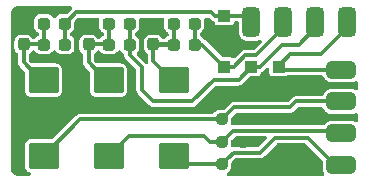
<source format=gtl>
G04 #@! TF.GenerationSoftware,KiCad,Pcbnew,(6.0.0-0)*
G04 #@! TF.CreationDate,2022-02-26T19:29:41+02:00*
G04 #@! TF.ProjectId,miniRGBii,6d696e69-5247-4426-9969-2e6b69636164,1.0*
G04 #@! TF.SameCoordinates,Original*
G04 #@! TF.FileFunction,Copper,L1,Top*
G04 #@! TF.FilePolarity,Positive*
%FSLAX46Y46*%
G04 Gerber Fmt 4.6, Leading zero omitted, Abs format (unit mm)*
G04 Created by KiCad (PCBNEW (6.0.0-0)) date 2022-02-26 19:29:41*
%MOMM*%
%LPD*%
G01*
G04 APERTURE LIST*
G04 Aperture macros list*
%AMRoundRect*
0 Rectangle with rounded corners*
0 $1 Rounding radius*
0 $2 $3 $4 $5 $6 $7 $8 $9 X,Y pos of 4 corners*
0 Add a 4 corners polygon primitive as box body*
4,1,4,$2,$3,$4,$5,$6,$7,$8,$9,$2,$3,0*
0 Add four circle primitives for the rounded corners*
1,1,$1+$1,$2,$3*
1,1,$1+$1,$4,$5*
1,1,$1+$1,$6,$7*
1,1,$1+$1,$8,$9*
0 Add four rect primitives between the rounded corners*
20,1,$1+$1,$2,$3,$4,$5,0*
20,1,$1+$1,$4,$5,$6,$7,0*
20,1,$1+$1,$6,$7,$8,$9,0*
20,1,$1+$1,$8,$9,$2,$3,0*%
G04 Aperture macros list end*
G04 #@! TA.AperFunction,SMDPad,CuDef*
%ADD10RoundRect,0.237500X0.287500X0.237500X-0.287500X0.237500X-0.287500X-0.237500X0.287500X-0.237500X0*%
G04 #@! TD*
G04 #@! TA.AperFunction,SMDPad,CuDef*
%ADD11RoundRect,0.237500X-0.287500X-0.237500X0.287500X-0.237500X0.287500X0.237500X-0.287500X0.237500X0*%
G04 #@! TD*
G04 #@! TA.AperFunction,SMDPad,CuDef*
%ADD12RoundRect,0.237500X-0.237500X0.287500X-0.237500X-0.287500X0.237500X-0.287500X0.237500X0.287500X0*%
G04 #@! TD*
G04 #@! TA.AperFunction,SMDPad,CuDef*
%ADD13R,1.000000X1.000000*%
G04 #@! TD*
G04 #@! TA.AperFunction,SMDPad,CuDef*
%ADD14RoundRect,0.250000X1.025000X-0.875000X1.025000X0.875000X-1.025000X0.875000X-1.025000X-0.875000X0*%
G04 #@! TD*
G04 #@! TA.AperFunction,SMDPad,CuDef*
%ADD15RoundRect,0.375000X-0.375000X-0.875000X0.375000X-0.875000X0.375000X0.875000X-0.375000X0.875000X0*%
G04 #@! TD*
G04 #@! TA.AperFunction,SMDPad,CuDef*
%ADD16RoundRect,0.375000X0.875000X-0.375000X0.875000X0.375000X-0.875000X0.375000X-0.875000X-0.375000X0*%
G04 #@! TD*
G04 #@! TA.AperFunction,SMDPad,CuDef*
%ADD17RoundRect,0.375000X0.375000X0.875000X-0.375000X0.875000X-0.375000X-0.875000X0.375000X-0.875000X0*%
G04 #@! TD*
G04 #@! TA.AperFunction,SMDPad,CuDef*
%ADD18RoundRect,0.237500X0.250000X0.237500X-0.250000X0.237500X-0.250000X-0.237500X0.250000X-0.237500X0*%
G04 #@! TD*
G04 #@! TA.AperFunction,SMDPad,CuDef*
%ADD19RoundRect,0.237500X-0.250000X-0.237500X0.250000X-0.237500X0.250000X0.237500X-0.250000X0.237500X0*%
G04 #@! TD*
G04 #@! TA.AperFunction,ViaPad*
%ADD20C,0.800000*%
G04 #@! TD*
G04 #@! TA.AperFunction,Conductor*
%ADD21C,0.300000*%
G04 #@! TD*
G04 #@! TA.AperFunction,Conductor*
%ADD22C,0.400000*%
G04 #@! TD*
G04 APERTURE END LIST*
D10*
X193375000Y-57600000D03*
X191625000Y-57600000D03*
X198875000Y-57600000D03*
X197125000Y-57600000D03*
X187875000Y-57600000D03*
X186125000Y-57600000D03*
D11*
X191625000Y-55800000D03*
X193375000Y-55800000D03*
D12*
X189900000Y-55825000D03*
X189900000Y-57575000D03*
D11*
X197125000Y-55800000D03*
X198875000Y-55800000D03*
D12*
X195400000Y-55825000D03*
X195400000Y-57575000D03*
D11*
X186125000Y-55800000D03*
X187875000Y-55800000D03*
D12*
X184400000Y-55825000D03*
X184400000Y-57575000D03*
D13*
X203700000Y-59450000D03*
X203700000Y-61950000D03*
X201400000Y-59450000D03*
X201400000Y-61950000D03*
X201400000Y-55150000D03*
X201400000Y-57650000D03*
D14*
X186100000Y-67000000D03*
X186100000Y-60600000D03*
X191600000Y-67000000D03*
X191600000Y-60600000D03*
X197100000Y-67000000D03*
X197100000Y-60600000D03*
D13*
X206000000Y-59450000D03*
X206000000Y-61950000D03*
D15*
X211800000Y-55700000D03*
D16*
X211300000Y-62400000D03*
X211300000Y-67800000D03*
X211300000Y-65100000D03*
X211300000Y-59700000D03*
D15*
X209100000Y-55700000D03*
X206400000Y-55700000D03*
X203700000Y-55700000D03*
D17*
X206400000Y-67400000D03*
D18*
X203012500Y-65800000D03*
X201187500Y-65800000D03*
D19*
X203012500Y-63900000D03*
X201187500Y-63900000D03*
D18*
X203012500Y-67700000D03*
X201187500Y-67700000D03*
D20*
X202600000Y-57700000D03*
X204200000Y-63900000D03*
X205100000Y-67900000D03*
X199800000Y-62800000D03*
X188900000Y-56700000D03*
X187000000Y-54800000D03*
X185000000Y-54800000D03*
X205000000Y-60500000D03*
X204190953Y-65790953D03*
X194400000Y-56700000D03*
X204200000Y-67900000D03*
D21*
X202200000Y-59450000D02*
X201400000Y-59450000D01*
X198875000Y-57600000D02*
X199550000Y-57600000D01*
X199550000Y-57600000D02*
X201400000Y-59450000D01*
X206400000Y-56200000D02*
X204100000Y-58500000D01*
X204100000Y-58500000D02*
X203150000Y-58500000D01*
X201400000Y-59425000D02*
X201400000Y-59450000D01*
X203150000Y-58500000D02*
X202200000Y-59450000D01*
X206400000Y-55700000D02*
X206400000Y-56200000D01*
X198875000Y-55800000D02*
X198875000Y-57600000D01*
X207500000Y-62400000D02*
X211300000Y-62400000D01*
X201225000Y-63900000D02*
X189200000Y-63900000D01*
X201225000Y-63900000D02*
X202224999Y-62900001D01*
X206999999Y-62900001D02*
X207500000Y-62400000D01*
X189200000Y-63900000D02*
X186100000Y-67000000D01*
X202224999Y-62900001D02*
X206999999Y-62900001D01*
X197800000Y-67700000D02*
X197100000Y-67000000D01*
X202199990Y-66725010D02*
X201724072Y-67200928D01*
X201724072Y-67200928D02*
X201225000Y-67700000D01*
X201225000Y-67700000D02*
X197800000Y-67700000D01*
X211300000Y-67800000D02*
X210800000Y-67800000D01*
X208500000Y-65500000D02*
X205684002Y-65500000D01*
X210800000Y-67800000D02*
X208500000Y-65500000D01*
X205684002Y-65500000D02*
X204458992Y-66725010D01*
X204458992Y-66725010D02*
X202199990Y-66725010D01*
X197200000Y-67000000D02*
X197100000Y-67000000D01*
X199700928Y-65300928D02*
X193299072Y-65300928D01*
X211300000Y-65100000D02*
X211074990Y-64874990D01*
X202150010Y-64874990D02*
X201724072Y-65300928D01*
X201724072Y-65300928D02*
X201225000Y-65800000D01*
X193299072Y-65300928D02*
X192780553Y-65819447D01*
X200200000Y-65800000D02*
X199700928Y-65300928D01*
X201225000Y-65800000D02*
X200200000Y-65800000D01*
X211074990Y-64874990D02*
X202150010Y-64874990D01*
X192780553Y-65819447D02*
X191600000Y-67000000D01*
X200299990Y-54849990D02*
X200600000Y-55150000D01*
X188825010Y-54849990D02*
X200299990Y-54849990D01*
X203150000Y-55150000D02*
X203700000Y-55700000D01*
X187875000Y-55800000D02*
X187875000Y-57600000D01*
X201400000Y-55150000D02*
X203150000Y-55150000D01*
X200600000Y-55150000D02*
X201400000Y-55150000D01*
X187875000Y-55800000D02*
X188825010Y-54849990D01*
X194400000Y-61400000D02*
X194400000Y-59500000D01*
X206300000Y-57600000D02*
X204450000Y-59450000D01*
X209100000Y-55700000D02*
X209100000Y-56200000D01*
X193375000Y-58475000D02*
X193375000Y-57600000D01*
X209100000Y-56200000D02*
X207700000Y-57600000D01*
X198700000Y-62400000D02*
X195400000Y-62400000D01*
X202600000Y-60600000D02*
X200500000Y-60600000D01*
X194400000Y-59500000D02*
X193375000Y-58475000D01*
X195400000Y-62400000D02*
X194400000Y-61400000D01*
X207700000Y-57600000D02*
X206300000Y-57600000D01*
X193375000Y-55800000D02*
X193375000Y-57600000D01*
X203700000Y-59500000D02*
X202600000Y-60600000D01*
X200500000Y-60600000D02*
X198700000Y-62400000D01*
X204450000Y-59450000D02*
X203700000Y-59450000D01*
X203700000Y-59450000D02*
X203700000Y-59500000D01*
X191600000Y-60600000D02*
X191400000Y-60600000D01*
X189900000Y-59100000D02*
X189900000Y-57575000D01*
X191600000Y-57575000D02*
X191625000Y-57600000D01*
X189900000Y-57575000D02*
X191600000Y-57575000D01*
X191625000Y-57600000D02*
X191625000Y-55800000D01*
X191400000Y-60600000D02*
X189900000Y-59100000D01*
D22*
X191600000Y-60600000D02*
X191500000Y-60600000D01*
D21*
X184400000Y-57575000D02*
X186100000Y-57575000D01*
X184400000Y-58200000D02*
X184400000Y-57575000D01*
X184400000Y-59100000D02*
X184400000Y-58200000D01*
X186125000Y-57600000D02*
X186125000Y-55800000D01*
D22*
X186100000Y-60600000D02*
X185900000Y-60600000D01*
D21*
X186100000Y-57575000D02*
X186125000Y-57600000D01*
X185900000Y-60600000D02*
X184400000Y-59100000D01*
D22*
X195400000Y-57575000D02*
X197100000Y-57575000D01*
D21*
X195400000Y-58200000D02*
X195400000Y-57575000D01*
X197125000Y-57600000D02*
X197125000Y-55800000D01*
X195400000Y-59000000D02*
X195400000Y-58200000D01*
D22*
X197100000Y-60600000D02*
X197000000Y-60600000D01*
D21*
X197000000Y-60600000D02*
X195400000Y-59000000D01*
D22*
X197100000Y-57575000D02*
X197125000Y-57600000D01*
D21*
X209599990Y-58400010D02*
X211800000Y-56200000D01*
X211300000Y-59700000D02*
X206250000Y-59700000D01*
X206999990Y-58400010D02*
X209599990Y-58400010D01*
X206000000Y-59450000D02*
X206000000Y-59400000D01*
X206000000Y-59400000D02*
X206999990Y-58400010D01*
X206250000Y-59700000D02*
X206000000Y-59450000D01*
X211800000Y-56200000D02*
X211800000Y-55700000D01*
G04 #@! TA.AperFunction,Conductor*
G36*
X208326179Y-65970462D02*
G01*
X208357038Y-65994141D01*
X209705859Y-67342962D01*
X209744423Y-67409757D01*
X209749500Y-67448321D01*
X209749500Y-68228992D01*
X209755933Y-68299004D01*
X209758296Y-68306543D01*
X209758296Y-68306545D01*
X209762983Y-68321500D01*
X209804826Y-68455019D01*
X209809480Y-68462703D01*
X209809480Y-68462704D01*
X209816209Y-68473815D01*
X209837726Y-68547881D01*
X209819328Y-68622783D01*
X209765944Y-68678450D01*
X209688759Y-68700000D01*
X201754284Y-68700000D01*
X201679784Y-68680038D01*
X201625246Y-68625500D01*
X201605284Y-68551000D01*
X201625246Y-68476500D01*
X201679784Y-68421962D01*
X201689404Y-68417312D01*
X201694643Y-68414360D01*
X201704089Y-68410620D01*
X201821500Y-68321500D01*
X201832852Y-68306545D01*
X201904477Y-68212182D01*
X201910620Y-68204089D01*
X201964882Y-68067038D01*
X201975500Y-67979297D01*
X201975499Y-67648321D01*
X201995461Y-67573822D01*
X202019140Y-67542963D01*
X202342952Y-67219151D01*
X202409747Y-67180587D01*
X202448311Y-67175510D01*
X204423420Y-67175510D01*
X204440933Y-67176543D01*
X204473302Y-67180374D01*
X204484258Y-67178373D01*
X204484261Y-67178373D01*
X204530660Y-67169899D01*
X204535276Y-67169131D01*
X204581935Y-67162116D01*
X204581937Y-67162115D01*
X204592954Y-67160459D01*
X204599467Y-67157331D01*
X204606565Y-67156035D01*
X204658305Y-67129158D01*
X204662457Y-67127084D01*
X204715071Y-67101819D01*
X204720375Y-67096916D01*
X204726780Y-67093589D01*
X204731820Y-67089285D01*
X204768752Y-67052353D01*
X204772970Y-67048298D01*
X204806369Y-67017425D01*
X204806370Y-67017423D01*
X204814548Y-67009864D01*
X204818386Y-67003256D01*
X204822997Y-66998108D01*
X205826964Y-65994141D01*
X205893759Y-65955577D01*
X205932323Y-65950500D01*
X208251679Y-65950500D01*
X208326179Y-65970462D01*
G37*
G04 #@! TD.AperFunction*
G04 #@! TA.AperFunction,Conductor*
G36*
X188450085Y-54319962D02*
G01*
X188504623Y-54374500D01*
X188524585Y-54449000D01*
X188504623Y-54523500D01*
X188484441Y-54548758D01*
X188484597Y-54548883D01*
X188477633Y-54557575D01*
X188469454Y-54565136D01*
X188465616Y-54571744D01*
X188461005Y-54576892D01*
X188057038Y-54980859D01*
X187990243Y-55019423D01*
X187951679Y-55024500D01*
X187577402Y-55024501D01*
X187545704Y-55024501D01*
X187541250Y-55025040D01*
X187541249Y-55025040D01*
X187475090Y-55033046D01*
X187457962Y-55035118D01*
X187320911Y-55089380D01*
X187203500Y-55178500D01*
X187197357Y-55186593D01*
X187118683Y-55290242D01*
X187057740Y-55337515D01*
X186981325Y-55347982D01*
X186909915Y-55318840D01*
X186881317Y-55290242D01*
X186802643Y-55186593D01*
X186796500Y-55178500D01*
X186679089Y-55089380D01*
X186614984Y-55063999D01*
X186550932Y-55038639D01*
X186550929Y-55038638D01*
X186542038Y-55035118D01*
X186454297Y-55024500D01*
X186125074Y-55024500D01*
X185795704Y-55024501D01*
X185791250Y-55025040D01*
X185791249Y-55025040D01*
X185725090Y-55033046D01*
X185707962Y-55035118D01*
X185570911Y-55089380D01*
X185453500Y-55178500D01*
X185364380Y-55295911D01*
X185310118Y-55432962D01*
X185299500Y-55520703D01*
X185299501Y-56079296D01*
X185310118Y-56167038D01*
X185364380Y-56304089D01*
X185453500Y-56421500D01*
X185570911Y-56510620D01*
X185580356Y-56514360D01*
X185589207Y-56519347D01*
X185588576Y-56520466D01*
X185642274Y-56560349D01*
X185672902Y-56631135D01*
X185674500Y-56652895D01*
X185674500Y-56747105D01*
X185654538Y-56821605D01*
X185600000Y-56876143D01*
X185580374Y-56885630D01*
X185580354Y-56885641D01*
X185570911Y-56889380D01*
X185453500Y-56978500D01*
X185399229Y-57050000D01*
X185387399Y-57065585D01*
X185326456Y-57112858D01*
X185268716Y-57124500D01*
X185252895Y-57124500D01*
X185178395Y-57104538D01*
X185123857Y-57050000D01*
X185114370Y-57030374D01*
X185114359Y-57030354D01*
X185110620Y-57020911D01*
X185021500Y-56903500D01*
X184904089Y-56814380D01*
X184789131Y-56768865D01*
X184775932Y-56763639D01*
X184775929Y-56763638D01*
X184767038Y-56760118D01*
X184679297Y-56749500D01*
X184400063Y-56749500D01*
X184120704Y-56749501D01*
X184116250Y-56750040D01*
X184116249Y-56750040D01*
X184050090Y-56758046D01*
X184032962Y-56760118D01*
X183895911Y-56814380D01*
X183778500Y-56903500D01*
X183689380Y-57020911D01*
X183669431Y-57071297D01*
X183641117Y-57142811D01*
X183635118Y-57157962D01*
X183624500Y-57245703D01*
X183624501Y-57904296D01*
X183635118Y-57992038D01*
X183689380Y-58129089D01*
X183778500Y-58246500D01*
X183874473Y-58319347D01*
X183890585Y-58331577D01*
X183937858Y-58392520D01*
X183949500Y-58450260D01*
X183949500Y-59064428D01*
X183948467Y-59081941D01*
X183944636Y-59114310D01*
X183946637Y-59125266D01*
X183946637Y-59125269D01*
X183955111Y-59171668D01*
X183955879Y-59176284D01*
X183959595Y-59200996D01*
X183964551Y-59233962D01*
X183967679Y-59240475D01*
X183968975Y-59247573D01*
X183989250Y-59286603D01*
X183995843Y-59299296D01*
X183997926Y-59303465D01*
X184023191Y-59356079D01*
X184028094Y-59361383D01*
X184031421Y-59367788D01*
X184035725Y-59372828D01*
X184072657Y-59409760D01*
X184076711Y-59413977D01*
X184115146Y-59455556D01*
X184121754Y-59459394D01*
X184126902Y-59464005D01*
X184480859Y-59817962D01*
X184519423Y-59884757D01*
X184524500Y-59923321D01*
X184524500Y-61517772D01*
X184535364Y-61607547D01*
X184590887Y-61747783D01*
X184682078Y-61867922D01*
X184802217Y-61959113D01*
X184942453Y-62014636D01*
X185032228Y-62025500D01*
X187167772Y-62025500D01*
X187257547Y-62014636D01*
X187397783Y-61959113D01*
X187517922Y-61867922D01*
X187609113Y-61747783D01*
X187664636Y-61607547D01*
X187675500Y-61517772D01*
X187675500Y-59682228D01*
X187664636Y-59592453D01*
X187609113Y-59452217D01*
X187535743Y-59355556D01*
X187524062Y-59340167D01*
X187517922Y-59332078D01*
X187489774Y-59310712D01*
X187477466Y-59301370D01*
X187397783Y-59240887D01*
X187257547Y-59185364D01*
X187167772Y-59174500D01*
X185173321Y-59174500D01*
X185098821Y-59154538D01*
X185067962Y-59130859D01*
X184894141Y-58957038D01*
X184855577Y-58890243D01*
X184850500Y-58851679D01*
X184850500Y-58450260D01*
X184870462Y-58375760D01*
X184909415Y-58331577D01*
X184925528Y-58319347D01*
X185021500Y-58246500D01*
X185110620Y-58129089D01*
X185114358Y-58119648D01*
X185114735Y-58118979D01*
X185168700Y-58063875D01*
X185242987Y-58043135D01*
X185317692Y-58062318D01*
X185361580Y-58106214D01*
X185364380Y-58104089D01*
X185453500Y-58221500D01*
X185570911Y-58310620D01*
X185601124Y-58322582D01*
X185699068Y-58361361D01*
X185699071Y-58361362D01*
X185707962Y-58364882D01*
X185795703Y-58375500D01*
X186124926Y-58375500D01*
X186454296Y-58375499D01*
X186458750Y-58374960D01*
X186458751Y-58374960D01*
X186532534Y-58366032D01*
X186542038Y-58364882D01*
X186679089Y-58310620D01*
X186796500Y-58221500D01*
X186881317Y-58109758D01*
X186942260Y-58062485D01*
X187018675Y-58052018D01*
X187090085Y-58081160D01*
X187118683Y-58109758D01*
X187203500Y-58221500D01*
X187320911Y-58310620D01*
X187351124Y-58322582D01*
X187449068Y-58361361D01*
X187449071Y-58361362D01*
X187457962Y-58364882D01*
X187545703Y-58375500D01*
X187874926Y-58375500D01*
X188204296Y-58375499D01*
X188208750Y-58374960D01*
X188208751Y-58374960D01*
X188282534Y-58366032D01*
X188292038Y-58364882D01*
X188429089Y-58310620D01*
X188546500Y-58221500D01*
X188635620Y-58104089D01*
X188689882Y-57967038D01*
X188700500Y-57879297D01*
X188700499Y-57320704D01*
X188699827Y-57315146D01*
X188691032Y-57242466D01*
X188689882Y-57232962D01*
X188635620Y-57095911D01*
X188546500Y-56978500D01*
X188429089Y-56889380D01*
X188419644Y-56885640D01*
X188410793Y-56880653D01*
X188411424Y-56879534D01*
X188357726Y-56839651D01*
X188327098Y-56768865D01*
X188325500Y-56747105D01*
X188325500Y-56652895D01*
X188345462Y-56578395D01*
X188400000Y-56523857D01*
X188419626Y-56514370D01*
X188419646Y-56514359D01*
X188429089Y-56510620D01*
X188546500Y-56421500D01*
X188635620Y-56304089D01*
X188661001Y-56239984D01*
X188686361Y-56175932D01*
X188686362Y-56175929D01*
X188689882Y-56167038D01*
X188700500Y-56079297D01*
X188700499Y-55673322D01*
X188720461Y-55598822D01*
X188744140Y-55567963D01*
X188967972Y-55344131D01*
X189034767Y-55305567D01*
X189073331Y-55300490D01*
X190658031Y-55300490D01*
X190732531Y-55320452D01*
X190787069Y-55374990D01*
X190807031Y-55449490D01*
X190805953Y-55467383D01*
X190799500Y-55520703D01*
X190799501Y-56079296D01*
X190810118Y-56167038D01*
X190864380Y-56304089D01*
X190953500Y-56421500D01*
X191070911Y-56510620D01*
X191080356Y-56514360D01*
X191089207Y-56519347D01*
X191088576Y-56520466D01*
X191142274Y-56560349D01*
X191172902Y-56631135D01*
X191174500Y-56652895D01*
X191174500Y-56747105D01*
X191154538Y-56821605D01*
X191100000Y-56876143D01*
X191080374Y-56885630D01*
X191080354Y-56885641D01*
X191070911Y-56889380D01*
X190953500Y-56978500D01*
X190899229Y-57050000D01*
X190887399Y-57065585D01*
X190826456Y-57112858D01*
X190768716Y-57124500D01*
X190752895Y-57124500D01*
X190678395Y-57104538D01*
X190623857Y-57050000D01*
X190614370Y-57030374D01*
X190614359Y-57030354D01*
X190610620Y-57020911D01*
X190521500Y-56903500D01*
X190404089Y-56814380D01*
X190289131Y-56768865D01*
X190275932Y-56763639D01*
X190275929Y-56763638D01*
X190267038Y-56760118D01*
X190179297Y-56749500D01*
X189900063Y-56749500D01*
X189620704Y-56749501D01*
X189616250Y-56750040D01*
X189616249Y-56750040D01*
X189550090Y-56758046D01*
X189532962Y-56760118D01*
X189395911Y-56814380D01*
X189278500Y-56903500D01*
X189189380Y-57020911D01*
X189169431Y-57071297D01*
X189141117Y-57142811D01*
X189135118Y-57157962D01*
X189124500Y-57245703D01*
X189124501Y-57904296D01*
X189135118Y-57992038D01*
X189189380Y-58129089D01*
X189278500Y-58246500D01*
X189374473Y-58319347D01*
X189390585Y-58331577D01*
X189437858Y-58392520D01*
X189449500Y-58450260D01*
X189449500Y-59064428D01*
X189448467Y-59081941D01*
X189444636Y-59114310D01*
X189446637Y-59125266D01*
X189446637Y-59125269D01*
X189455111Y-59171668D01*
X189455879Y-59176284D01*
X189459595Y-59200996D01*
X189464551Y-59233962D01*
X189467679Y-59240475D01*
X189468975Y-59247573D01*
X189489250Y-59286603D01*
X189495843Y-59299296D01*
X189497926Y-59303465D01*
X189523191Y-59356079D01*
X189528094Y-59361383D01*
X189531421Y-59367788D01*
X189535725Y-59372828D01*
X189572657Y-59409760D01*
X189576711Y-59413977D01*
X189615146Y-59455556D01*
X189621754Y-59459394D01*
X189626902Y-59464005D01*
X189980859Y-59817962D01*
X190019423Y-59884757D01*
X190024500Y-59923321D01*
X190024500Y-61517772D01*
X190035364Y-61607547D01*
X190090887Y-61747783D01*
X190182078Y-61867922D01*
X190302217Y-61959113D01*
X190442453Y-62014636D01*
X190532228Y-62025500D01*
X192667772Y-62025500D01*
X192757547Y-62014636D01*
X192897783Y-61959113D01*
X193017922Y-61867922D01*
X193109113Y-61747783D01*
X193164636Y-61607547D01*
X193175500Y-61517772D01*
X193175500Y-59682228D01*
X193164636Y-59592453D01*
X193109113Y-59452217D01*
X193035743Y-59355556D01*
X193024062Y-59340167D01*
X193017922Y-59332078D01*
X192989774Y-59310712D01*
X192977466Y-59301370D01*
X192897783Y-59240887D01*
X192757547Y-59185364D01*
X192667772Y-59174500D01*
X190673321Y-59174500D01*
X190598821Y-59154538D01*
X190567962Y-59130859D01*
X190394141Y-58957038D01*
X190355577Y-58890243D01*
X190350500Y-58851679D01*
X190350500Y-58450260D01*
X190370462Y-58375760D01*
X190409415Y-58331577D01*
X190425528Y-58319347D01*
X190521500Y-58246500D01*
X190610620Y-58129089D01*
X190614358Y-58119648D01*
X190614735Y-58118979D01*
X190668700Y-58063875D01*
X190742987Y-58043135D01*
X190817692Y-58062318D01*
X190861580Y-58106214D01*
X190864380Y-58104089D01*
X190953500Y-58221500D01*
X191070911Y-58310620D01*
X191101124Y-58322582D01*
X191199068Y-58361361D01*
X191199071Y-58361362D01*
X191207962Y-58364882D01*
X191295703Y-58375500D01*
X191624926Y-58375500D01*
X191954296Y-58375499D01*
X191958750Y-58374960D01*
X191958751Y-58374960D01*
X192032534Y-58366032D01*
X192042038Y-58364882D01*
X192179089Y-58310620D01*
X192296500Y-58221500D01*
X192381317Y-58109758D01*
X192442260Y-58062485D01*
X192518675Y-58052018D01*
X192590085Y-58081160D01*
X192618683Y-58109758D01*
X192703500Y-58221500D01*
X192820911Y-58310620D01*
X192830356Y-58314360D01*
X192839207Y-58319347D01*
X192838366Y-58320839D01*
X192890749Y-58359742D01*
X192921380Y-58430526D01*
X192921945Y-58469802D01*
X192919636Y-58489310D01*
X192921637Y-58500266D01*
X192921637Y-58500269D01*
X192930111Y-58546668D01*
X192930879Y-58551284D01*
X192936514Y-58588759D01*
X192939551Y-58608962D01*
X192942679Y-58615475D01*
X192943975Y-58622573D01*
X192965110Y-58663259D01*
X192970843Y-58674296D01*
X192972926Y-58678465D01*
X192998191Y-58731079D01*
X193003094Y-58736383D01*
X193006421Y-58742788D01*
X193010725Y-58747828D01*
X193047657Y-58784760D01*
X193051711Y-58788977D01*
X193090146Y-58830556D01*
X193096754Y-58834394D01*
X193101902Y-58839005D01*
X193905859Y-59642962D01*
X193944423Y-59709757D01*
X193949500Y-59748321D01*
X193949500Y-61364428D01*
X193948467Y-61381941D01*
X193944636Y-61414310D01*
X193946637Y-61425266D01*
X193946637Y-61425269D01*
X193955111Y-61471668D01*
X193955879Y-61476284D01*
X193961444Y-61513295D01*
X193964551Y-61533962D01*
X193967679Y-61540475D01*
X193968975Y-61547573D01*
X193995193Y-61598044D01*
X193995843Y-61599296D01*
X193997926Y-61603465D01*
X194023191Y-61656079D01*
X194028094Y-61661383D01*
X194031421Y-61667788D01*
X194035725Y-61672828D01*
X194072657Y-61709760D01*
X194076712Y-61713978D01*
X194105371Y-61744981D01*
X194115146Y-61755556D01*
X194121754Y-61759394D01*
X194126902Y-61764005D01*
X195056291Y-62693394D01*
X195067944Y-62706507D01*
X195088128Y-62732110D01*
X195097291Y-62738443D01*
X195136082Y-62765253D01*
X195139890Y-62767974D01*
X195158379Y-62781630D01*
X195186817Y-62802635D01*
X195193634Y-62805029D01*
X195199569Y-62809131D01*
X195210187Y-62812489D01*
X195210189Y-62812490D01*
X195255139Y-62826706D01*
X195259536Y-62828172D01*
X195314631Y-62847520D01*
X195321848Y-62847804D01*
X195328730Y-62849980D01*
X195335337Y-62850500D01*
X195387546Y-62850500D01*
X195393396Y-62850615D01*
X195438866Y-62852402D01*
X195438868Y-62852402D01*
X195449994Y-62852839D01*
X195457381Y-62850880D01*
X195464289Y-62850500D01*
X198664428Y-62850500D01*
X198681941Y-62851533D01*
X198714310Y-62855364D01*
X198725266Y-62853363D01*
X198725269Y-62853363D01*
X198771668Y-62844889D01*
X198776284Y-62844121D01*
X198822943Y-62837106D01*
X198822945Y-62837105D01*
X198833962Y-62835449D01*
X198840475Y-62832321D01*
X198847573Y-62831025D01*
X198899313Y-62804148D01*
X198903465Y-62802074D01*
X198956079Y-62776809D01*
X198961383Y-62771906D01*
X198967788Y-62768579D01*
X198972828Y-62764275D01*
X199009760Y-62727343D01*
X199013978Y-62723288D01*
X199047377Y-62692415D01*
X199047378Y-62692413D01*
X199055556Y-62684854D01*
X199059394Y-62678246D01*
X199064005Y-62673098D01*
X200642962Y-61094141D01*
X200709757Y-61055577D01*
X200748321Y-61050500D01*
X202564428Y-61050500D01*
X202581941Y-61051533D01*
X202614310Y-61055364D01*
X202625266Y-61053363D01*
X202625269Y-61053363D01*
X202671668Y-61044889D01*
X202676284Y-61044121D01*
X202722943Y-61037106D01*
X202722945Y-61037105D01*
X202733962Y-61035449D01*
X202740475Y-61032321D01*
X202747573Y-61031025D01*
X202799313Y-61004148D01*
X202803465Y-61002074D01*
X202856079Y-60976809D01*
X202861383Y-60971906D01*
X202867788Y-60968579D01*
X202872828Y-60964275D01*
X202909760Y-60927343D01*
X202913978Y-60923288D01*
X202947377Y-60892415D01*
X202947378Y-60892413D01*
X202955556Y-60884854D01*
X202959394Y-60878246D01*
X202964005Y-60873098D01*
X203542962Y-60294141D01*
X203609757Y-60255577D01*
X203648321Y-60250500D01*
X204244646Y-60250500D01*
X204270846Y-60247382D01*
X204373153Y-60201939D01*
X204452241Y-60122713D01*
X204497506Y-60020327D01*
X204499550Y-60002794D01*
X204528003Y-59931106D01*
X204584449Y-59886447D01*
X204583968Y-59885446D01*
X204587025Y-59883978D01*
X204588153Y-59883516D01*
X204588409Y-59883313D01*
X204588711Y-59883168D01*
X204591535Y-59882127D01*
X204597573Y-59881025D01*
X204649313Y-59854148D01*
X204653465Y-59852074D01*
X204706079Y-59826809D01*
X204711383Y-59821906D01*
X204717788Y-59818579D01*
X204722828Y-59814275D01*
X204759760Y-59777343D01*
X204763978Y-59773288D01*
X204797377Y-59742415D01*
X204797378Y-59742413D01*
X204805556Y-59734854D01*
X204809394Y-59728246D01*
X204814005Y-59723098D01*
X204945141Y-59591962D01*
X205011936Y-59553398D01*
X205089064Y-59553398D01*
X205155859Y-59591962D01*
X205194423Y-59658757D01*
X205199500Y-59697321D01*
X205199500Y-59994646D01*
X205202618Y-60020846D01*
X205248061Y-60123153D01*
X205327287Y-60202241D01*
X205339867Y-60207803D01*
X205339869Y-60207804D01*
X205419426Y-60242976D01*
X205429673Y-60247506D01*
X205444318Y-60249213D01*
X205451070Y-60250001D01*
X205451078Y-60250001D01*
X205455354Y-60250500D01*
X206544646Y-60250500D01*
X206570846Y-60247382D01*
X206673153Y-60201939D01*
X206682871Y-60192204D01*
X206694210Y-60184411D01*
X206695238Y-60185906D01*
X206747611Y-60155610D01*
X206786297Y-60150500D01*
X209631281Y-60150500D01*
X209705781Y-60170462D01*
X209760319Y-60225000D01*
X209773462Y-60254942D01*
X209802136Y-60346440D01*
X209802141Y-60346451D01*
X209804826Y-60355019D01*
X209889521Y-60494869D01*
X210005131Y-60610479D01*
X210144981Y-60695174D01*
X210235394Y-60723508D01*
X210293455Y-60741704D01*
X210293457Y-60741704D01*
X210300996Y-60744067D01*
X210356826Y-60749197D01*
X210367601Y-60750187D01*
X210367602Y-60750187D01*
X210371008Y-60750500D01*
X212228992Y-60750500D01*
X212232398Y-60750187D01*
X212232399Y-60750187D01*
X212243174Y-60749197D01*
X212299004Y-60744067D01*
X212306543Y-60741704D01*
X212306545Y-60741704D01*
X212364606Y-60723508D01*
X212455019Y-60695174D01*
X212473815Y-60683791D01*
X212547881Y-60662274D01*
X212622783Y-60680672D01*
X212678450Y-60734056D01*
X212700000Y-60811241D01*
X212700000Y-61288759D01*
X212680038Y-61363259D01*
X212625500Y-61417797D01*
X212551000Y-61437759D01*
X212473815Y-61416209D01*
X212462704Y-61409480D01*
X212462703Y-61409480D01*
X212455019Y-61404826D01*
X212354144Y-61373213D01*
X212306545Y-61358296D01*
X212306543Y-61358296D01*
X212299004Y-61355933D01*
X212243174Y-61350803D01*
X212232399Y-61349813D01*
X212232398Y-61349813D01*
X212228992Y-61349500D01*
X210371008Y-61349500D01*
X210367602Y-61349813D01*
X210367601Y-61349813D01*
X210356826Y-61350803D01*
X210300996Y-61355933D01*
X210293457Y-61358296D01*
X210293455Y-61358296D01*
X210245856Y-61373213D01*
X210144981Y-61404826D01*
X210005131Y-61489521D01*
X209889521Y-61605131D01*
X209804826Y-61744981D01*
X209802141Y-61753549D01*
X209802136Y-61753560D01*
X209773462Y-61845058D01*
X209732135Y-61910179D01*
X209663783Y-61945912D01*
X209631281Y-61949500D01*
X207535571Y-61949500D01*
X207518058Y-61948467D01*
X207496749Y-61945945D01*
X207485689Y-61944636D01*
X207474733Y-61946637D01*
X207428347Y-61955109D01*
X207423726Y-61955878D01*
X207366038Y-61964551D01*
X207359525Y-61967679D01*
X207352427Y-61968975D01*
X207300681Y-61995854D01*
X207296529Y-61997929D01*
X207243921Y-62023191D01*
X207238618Y-62028093D01*
X207232211Y-62031421D01*
X207227172Y-62035725D01*
X207190240Y-62072657D01*
X207186022Y-62076712D01*
X207152623Y-62107585D01*
X207152622Y-62107587D01*
X207144444Y-62115146D01*
X207140606Y-62121754D01*
X207135995Y-62126902D01*
X206857037Y-62405860D01*
X206790242Y-62444424D01*
X206751678Y-62449501D01*
X202260570Y-62449501D01*
X202243057Y-62448468D01*
X202221748Y-62445946D01*
X202210688Y-62444637D01*
X202199732Y-62446638D01*
X202153346Y-62455110D01*
X202148725Y-62455879D01*
X202091037Y-62464552D01*
X202084524Y-62467680D01*
X202077426Y-62468976D01*
X202025680Y-62495855D01*
X202021528Y-62497930D01*
X201968920Y-62523192D01*
X201963617Y-62528094D01*
X201957210Y-62531422D01*
X201952171Y-62535726D01*
X201915239Y-62572658D01*
X201911021Y-62576713D01*
X201877622Y-62607586D01*
X201877621Y-62607588D01*
X201869443Y-62615147D01*
X201865605Y-62621755D01*
X201860994Y-62626903D01*
X201407038Y-63080859D01*
X201340243Y-63119423D01*
X201301679Y-63124500D01*
X200927402Y-63124501D01*
X200895704Y-63124501D01*
X200891250Y-63125040D01*
X200891249Y-63125040D01*
X200825090Y-63133046D01*
X200807962Y-63135118D01*
X200670911Y-63189380D01*
X200662818Y-63195523D01*
X200574967Y-63262206D01*
X200553500Y-63278500D01*
X200494995Y-63355578D01*
X200468423Y-63390585D01*
X200407480Y-63437858D01*
X200349740Y-63449500D01*
X189235572Y-63449500D01*
X189218059Y-63448467D01*
X189217856Y-63448443D01*
X189185690Y-63444636D01*
X189174734Y-63446637D01*
X189174731Y-63446637D01*
X189128332Y-63455111D01*
X189123716Y-63455879D01*
X189077057Y-63462894D01*
X189077055Y-63462895D01*
X189066038Y-63464551D01*
X189059525Y-63467679D01*
X189052427Y-63468975D01*
X189000687Y-63495852D01*
X188996535Y-63497926D01*
X188943921Y-63523191D01*
X188938617Y-63528094D01*
X188932212Y-63531421D01*
X188927172Y-63535725D01*
X188890240Y-63572657D01*
X188886022Y-63576712D01*
X188852623Y-63607585D01*
X188852622Y-63607587D01*
X188844444Y-63615146D01*
X188840606Y-63621754D01*
X188835995Y-63626902D01*
X186932038Y-65530859D01*
X186865243Y-65569423D01*
X186826679Y-65574500D01*
X185032228Y-65574500D01*
X184942453Y-65585364D01*
X184802217Y-65640887D01*
X184682078Y-65732078D01*
X184590887Y-65852217D01*
X184535364Y-65992453D01*
X184524500Y-66082228D01*
X184524500Y-67917772D01*
X184535364Y-68007547D01*
X184590887Y-68147783D01*
X184682078Y-68267922D01*
X184802217Y-68359113D01*
X184932310Y-68410620D01*
X184936965Y-68412463D01*
X184998885Y-68458449D01*
X185029517Y-68529233D01*
X185020652Y-68605850D01*
X184974666Y-68667770D01*
X184903882Y-68698402D01*
X184882115Y-68700000D01*
X184039280Y-68700000D01*
X184013407Y-68697736D01*
X184000000Y-68695372D01*
X183987163Y-68697635D01*
X183983312Y-68697635D01*
X183968712Y-68696918D01*
X183878038Y-68687988D01*
X183849390Y-68682289D01*
X183797779Y-68666633D01*
X183746165Y-68650976D01*
X183719180Y-68639799D01*
X183624042Y-68588946D01*
X183599760Y-68572721D01*
X183516368Y-68504284D01*
X183495715Y-68483631D01*
X183489042Y-68475500D01*
X183427279Y-68400240D01*
X183411054Y-68375958D01*
X183377619Y-68313407D01*
X183360200Y-68280819D01*
X183349023Y-68253833D01*
X183333934Y-68204089D01*
X183317711Y-68150610D01*
X183312012Y-68121962D01*
X183303082Y-68031288D01*
X183302365Y-68016688D01*
X183302365Y-68012837D01*
X183304628Y-68000000D01*
X183302264Y-67986593D01*
X183300000Y-67960720D01*
X183300000Y-55039280D01*
X183302264Y-55013407D01*
X183302364Y-55012838D01*
X183304628Y-55000000D01*
X183302365Y-54987163D01*
X183302365Y-54983312D01*
X183303082Y-54968712D01*
X183312012Y-54878038D01*
X183317711Y-54849390D01*
X183349023Y-54746167D01*
X183360201Y-54719180D01*
X183365714Y-54708867D01*
X183411054Y-54624042D01*
X183427279Y-54599760D01*
X183495716Y-54516368D01*
X183516369Y-54495715D01*
X183528554Y-54485715D01*
X183599760Y-54427279D01*
X183624042Y-54411054D01*
X183719180Y-54360201D01*
X183746165Y-54349024D01*
X183841969Y-54319962D01*
X183849390Y-54317711D01*
X183878038Y-54312012D01*
X183968712Y-54303082D01*
X183983312Y-54302365D01*
X183987163Y-54302365D01*
X184000000Y-54304628D01*
X184013407Y-54302264D01*
X184039280Y-54300000D01*
X188375585Y-54300000D01*
X188450085Y-54319962D01*
G37*
G04 #@! TD.AperFunction*
G04 #@! TA.AperFunction,Conductor*
G36*
X204936191Y-65345452D02*
G01*
X204990729Y-65399990D01*
X205010691Y-65474490D01*
X204990729Y-65548990D01*
X204967050Y-65579849D01*
X204316030Y-66230869D01*
X204249235Y-66269433D01*
X204210671Y-66274510D01*
X202235562Y-66274510D01*
X202218049Y-66273477D01*
X202217846Y-66273453D01*
X202185680Y-66269646D01*
X202146184Y-66276859D01*
X202069312Y-66270606D01*
X202005863Y-66226754D01*
X201972841Y-66157052D01*
X201971496Y-66112381D01*
X201972207Y-66106507D01*
X201975500Y-66079297D01*
X201975499Y-65748321D01*
X201995461Y-65673822D01*
X202019140Y-65642963D01*
X202292972Y-65369131D01*
X202359767Y-65330567D01*
X202398331Y-65325490D01*
X204861691Y-65325490D01*
X204936191Y-65345452D01*
G37*
G04 #@! TD.AperFunction*
G04 #@! TA.AperFunction,Conductor*
G36*
X209705781Y-62870462D02*
G01*
X209760319Y-62925000D01*
X209773462Y-62954942D01*
X209802136Y-63046440D01*
X209802141Y-63046451D01*
X209804826Y-63055019D01*
X209889521Y-63194869D01*
X210005131Y-63310479D01*
X210144981Y-63395174D01*
X210235394Y-63423508D01*
X210293455Y-63441704D01*
X210293457Y-63441704D01*
X210300996Y-63444067D01*
X210356826Y-63449197D01*
X210367601Y-63450187D01*
X210367602Y-63450187D01*
X210371008Y-63450500D01*
X212228992Y-63450500D01*
X212232398Y-63450187D01*
X212232399Y-63450187D01*
X212243174Y-63449197D01*
X212299004Y-63444067D01*
X212306543Y-63441704D01*
X212306545Y-63441704D01*
X212364606Y-63423508D01*
X212455019Y-63395174D01*
X212473815Y-63383791D01*
X212547881Y-63362274D01*
X212622783Y-63380672D01*
X212678450Y-63434056D01*
X212700000Y-63511241D01*
X212700000Y-63988759D01*
X212680038Y-64063259D01*
X212625500Y-64117797D01*
X212551000Y-64137759D01*
X212473815Y-64116209D01*
X212462704Y-64109480D01*
X212462703Y-64109480D01*
X212455019Y-64104826D01*
X212322381Y-64063259D01*
X212306545Y-64058296D01*
X212306543Y-64058296D01*
X212299004Y-64055933D01*
X212243174Y-64050803D01*
X212232399Y-64049813D01*
X212232398Y-64049813D01*
X212228992Y-64049500D01*
X210371008Y-64049500D01*
X210367602Y-64049813D01*
X210367601Y-64049813D01*
X210356826Y-64050803D01*
X210300996Y-64055933D01*
X210293457Y-64058296D01*
X210293455Y-64058296D01*
X210277619Y-64063259D01*
X210144981Y-64104826D01*
X210005131Y-64189521D01*
X209889521Y-64305131D01*
X209884867Y-64312816D01*
X209860728Y-64352675D01*
X209805061Y-64406059D01*
X209733278Y-64424490D01*
X202185581Y-64424490D01*
X202168068Y-64423457D01*
X202167212Y-64423356D01*
X202135699Y-64419626D01*
X202124745Y-64421627D01*
X202118942Y-64421809D01*
X202043852Y-64404197D01*
X201987628Y-64351399D01*
X201965336Y-64277563D01*
X201966341Y-64254982D01*
X201973494Y-64195874D01*
X201975500Y-64179297D01*
X201975499Y-63848321D01*
X201995461Y-63773822D01*
X202019140Y-63742963D01*
X202367961Y-63394142D01*
X202434756Y-63355578D01*
X202473320Y-63350501D01*
X206964427Y-63350501D01*
X206981940Y-63351534D01*
X207014309Y-63355365D01*
X207025265Y-63353364D01*
X207025268Y-63353364D01*
X207071667Y-63344890D01*
X207076283Y-63344122D01*
X207122942Y-63337107D01*
X207122944Y-63337106D01*
X207133961Y-63335450D01*
X207140474Y-63332322D01*
X207147572Y-63331026D01*
X207199312Y-63304149D01*
X207203464Y-63302075D01*
X207256078Y-63276810D01*
X207261382Y-63271907D01*
X207267787Y-63268580D01*
X207272827Y-63264276D01*
X207309759Y-63227344D01*
X207313977Y-63223289D01*
X207347376Y-63192416D01*
X207347377Y-63192414D01*
X207355555Y-63184855D01*
X207359393Y-63178247D01*
X207364004Y-63173099D01*
X207642962Y-62894141D01*
X207709757Y-62855577D01*
X207748321Y-62850500D01*
X209631281Y-62850500D01*
X209705781Y-62870462D01*
G37*
G04 #@! TD.AperFunction*
G04 #@! TA.AperFunction,Conductor*
G36*
X196232531Y-55320452D02*
G01*
X196287069Y-55374990D01*
X196307031Y-55449490D01*
X196305953Y-55467383D01*
X196299500Y-55520703D01*
X196299501Y-56079296D01*
X196310118Y-56167038D01*
X196364380Y-56304089D01*
X196453500Y-56421500D01*
X196570911Y-56510620D01*
X196580356Y-56514360D01*
X196589207Y-56519347D01*
X196588576Y-56520466D01*
X196642274Y-56560349D01*
X196672902Y-56631135D01*
X196674500Y-56652895D01*
X196674500Y-56747105D01*
X196654538Y-56821605D01*
X196600000Y-56876143D01*
X196580374Y-56885630D01*
X196580354Y-56885641D01*
X196570911Y-56889380D01*
X196453500Y-56978500D01*
X196447357Y-56986593D01*
X196425351Y-57015585D01*
X196364408Y-57062858D01*
X196306668Y-57074500D01*
X196225260Y-57074500D01*
X196150760Y-57054538D01*
X196106577Y-57015585D01*
X196027643Y-56911593D01*
X196021500Y-56903500D01*
X195904089Y-56814380D01*
X195789131Y-56768865D01*
X195775932Y-56763639D01*
X195775929Y-56763638D01*
X195767038Y-56760118D01*
X195679297Y-56749500D01*
X195400063Y-56749500D01*
X195120704Y-56749501D01*
X195116250Y-56750040D01*
X195116249Y-56750040D01*
X195050090Y-56758046D01*
X195032962Y-56760118D01*
X194895911Y-56814380D01*
X194778500Y-56903500D01*
X194689380Y-57020911D01*
X194669431Y-57071297D01*
X194641117Y-57142811D01*
X194635118Y-57157962D01*
X194624500Y-57245703D01*
X194624501Y-57904296D01*
X194635118Y-57992038D01*
X194689380Y-58129089D01*
X194778500Y-58246500D01*
X194874473Y-58319347D01*
X194890585Y-58331577D01*
X194937858Y-58392520D01*
X194949500Y-58450260D01*
X194949500Y-58964428D01*
X194948467Y-58981941D01*
X194944636Y-59014310D01*
X194946637Y-59025269D01*
X194946987Y-59036402D01*
X194944914Y-59036467D01*
X194939825Y-59099062D01*
X194895975Y-59162513D01*
X194826275Y-59195538D01*
X194749401Y-59189288D01*
X194702261Y-59158147D01*
X194701107Y-59159587D01*
X194692415Y-59152623D01*
X194684854Y-59144444D01*
X194678246Y-59140606D01*
X194673098Y-59135995D01*
X194003608Y-58466505D01*
X193965044Y-58399710D01*
X193965044Y-58322582D01*
X194003608Y-58255787D01*
X194018882Y-58242463D01*
X194038408Y-58227642D01*
X194046500Y-58221500D01*
X194135620Y-58104089D01*
X194189882Y-57967038D01*
X194200500Y-57879297D01*
X194200499Y-57320704D01*
X194199827Y-57315146D01*
X194191032Y-57242466D01*
X194189882Y-57232962D01*
X194135620Y-57095911D01*
X194046500Y-56978500D01*
X193929089Y-56889380D01*
X193919644Y-56885640D01*
X193910793Y-56880653D01*
X193911424Y-56879534D01*
X193857726Y-56839651D01*
X193827098Y-56768865D01*
X193825500Y-56747105D01*
X193825500Y-56652895D01*
X193845462Y-56578395D01*
X193900000Y-56523857D01*
X193919626Y-56514370D01*
X193919646Y-56514359D01*
X193929089Y-56510620D01*
X194046500Y-56421500D01*
X194135620Y-56304089D01*
X194161001Y-56239984D01*
X194186361Y-56175932D01*
X194186362Y-56175929D01*
X194189882Y-56167038D01*
X194200500Y-56079297D01*
X194200499Y-55520704D01*
X194199840Y-55515259D01*
X194194048Y-55467388D01*
X194204916Y-55391030D01*
X194252508Y-55330336D01*
X194324071Y-55301569D01*
X194341969Y-55300490D01*
X196158031Y-55300490D01*
X196232531Y-55320452D01*
G37*
G04 #@! TD.AperFunction*
G04 #@! TA.AperFunction,Conductor*
G36*
X200126169Y-55320452D02*
G01*
X200157028Y-55344131D01*
X200256291Y-55443394D01*
X200267944Y-55456507D01*
X200288128Y-55482110D01*
X200297290Y-55488442D01*
X200297292Y-55488444D01*
X200336090Y-55515259D01*
X200339898Y-55517980D01*
X200349657Y-55525188D01*
X200386816Y-55552634D01*
X200393632Y-55555027D01*
X200399569Y-55559131D01*
X200410190Y-55562490D01*
X200455165Y-55576714D01*
X200459580Y-55578187D01*
X200503526Y-55593619D01*
X200567202Y-55637137D01*
X200597060Y-55699315D01*
X200598334Y-55698965D01*
X200600265Y-55705990D01*
X200600589Y-55706665D01*
X200600764Y-55707806D01*
X200601297Y-55709744D01*
X200602618Y-55720846D01*
X200648061Y-55823153D01*
X200727287Y-55902241D01*
X200739867Y-55907803D01*
X200739869Y-55907804D01*
X200819426Y-55942976D01*
X200829673Y-55947506D01*
X200844318Y-55949213D01*
X200851070Y-55950001D01*
X200851078Y-55950001D01*
X200855354Y-55950500D01*
X201944646Y-55950500D01*
X201970846Y-55947382D01*
X202073153Y-55901939D01*
X202152241Y-55822713D01*
X202197506Y-55720327D01*
X202198717Y-55709937D01*
X202237356Y-55643682D01*
X202304318Y-55605410D01*
X202342254Y-55600500D01*
X202500500Y-55600500D01*
X202575000Y-55620462D01*
X202629538Y-55675000D01*
X202649500Y-55749500D01*
X202649500Y-56628992D01*
X202655933Y-56699004D01*
X202704826Y-56855019D01*
X202789521Y-56994869D01*
X202905131Y-57110479D01*
X203044981Y-57195174D01*
X203135394Y-57223508D01*
X203193455Y-57241704D01*
X203193457Y-57241704D01*
X203200996Y-57244067D01*
X203256826Y-57249197D01*
X203267601Y-57250187D01*
X203267602Y-57250187D01*
X203271008Y-57250500D01*
X204128992Y-57250500D01*
X204132398Y-57250187D01*
X204132399Y-57250187D01*
X204143174Y-57249197D01*
X204199004Y-57244067D01*
X204206543Y-57241704D01*
X204206545Y-57241704D01*
X204262839Y-57224062D01*
X204355019Y-57195174D01*
X204362701Y-57190522D01*
X204366058Y-57189006D01*
X204442172Y-57176542D01*
X204514321Y-57203804D01*
X204563173Y-57263489D01*
X204575637Y-57339603D01*
X204548375Y-57411752D01*
X204532733Y-57430164D01*
X203957038Y-58005859D01*
X203890243Y-58044423D01*
X203851679Y-58049500D01*
X203185572Y-58049500D01*
X203168059Y-58048467D01*
X203167856Y-58048443D01*
X203135690Y-58044636D01*
X203124734Y-58046637D01*
X203124729Y-58046637D01*
X203078328Y-58055111D01*
X203073715Y-58055879D01*
X203045695Y-58060092D01*
X203016038Y-58064551D01*
X203009528Y-58067677D01*
X203002427Y-58068974D01*
X202992538Y-58074111D01*
X202950703Y-58095843D01*
X202946514Y-58097936D01*
X202903964Y-58118368D01*
X202903962Y-58118370D01*
X202893921Y-58123191D01*
X202888617Y-58128094D01*
X202882212Y-58131421D01*
X202877172Y-58135725D01*
X202840240Y-58172657D01*
X202836022Y-58176712D01*
X202802623Y-58207585D01*
X202802622Y-58207587D01*
X202794444Y-58215146D01*
X202790606Y-58221754D01*
X202785995Y-58226902D01*
X202299298Y-58713599D01*
X202232503Y-58752163D01*
X202155375Y-58752163D01*
X202088671Y-58713689D01*
X202072713Y-58697759D01*
X202060133Y-58692197D01*
X202060131Y-58692196D01*
X201980574Y-58657024D01*
X201980573Y-58657024D01*
X201970327Y-58652494D01*
X201955682Y-58650787D01*
X201948930Y-58649999D01*
X201948922Y-58649999D01*
X201944646Y-58649500D01*
X201298321Y-58649500D01*
X201223821Y-58629538D01*
X201192962Y-58605859D01*
X199893709Y-57306606D01*
X199882056Y-57293493D01*
X199868767Y-57276636D01*
X199868766Y-57276636D01*
X199861872Y-57267890D01*
X199852710Y-57261558D01*
X199852708Y-57261556D01*
X199813910Y-57234741D01*
X199810102Y-57232020D01*
X199772143Y-57203983D01*
X199772142Y-57203982D01*
X199763184Y-57197366D01*
X199756368Y-57194973D01*
X199750431Y-57190869D01*
X199739807Y-57187509D01*
X199729694Y-57184310D01*
X199664682Y-57142811D01*
X199646149Y-57113190D01*
X199644346Y-57114206D01*
X199639360Y-57105358D01*
X199635620Y-57095911D01*
X199546500Y-56978500D01*
X199429089Y-56889380D01*
X199419644Y-56885640D01*
X199410793Y-56880653D01*
X199411424Y-56879534D01*
X199357726Y-56839651D01*
X199327098Y-56768865D01*
X199325500Y-56747105D01*
X199325500Y-56652895D01*
X199345462Y-56578395D01*
X199400000Y-56523857D01*
X199419626Y-56514370D01*
X199419646Y-56514359D01*
X199429089Y-56510620D01*
X199546500Y-56421500D01*
X199635620Y-56304089D01*
X199661001Y-56239984D01*
X199686361Y-56175932D01*
X199686362Y-56175929D01*
X199689882Y-56167038D01*
X199700500Y-56079297D01*
X199700499Y-55520704D01*
X199699840Y-55515259D01*
X199694048Y-55467388D01*
X199704916Y-55391030D01*
X199752508Y-55330336D01*
X199824071Y-55301569D01*
X199841969Y-55300490D01*
X200051669Y-55300490D01*
X200126169Y-55320452D01*
G37*
G04 #@! TD.AperFunction*
M02*

</source>
